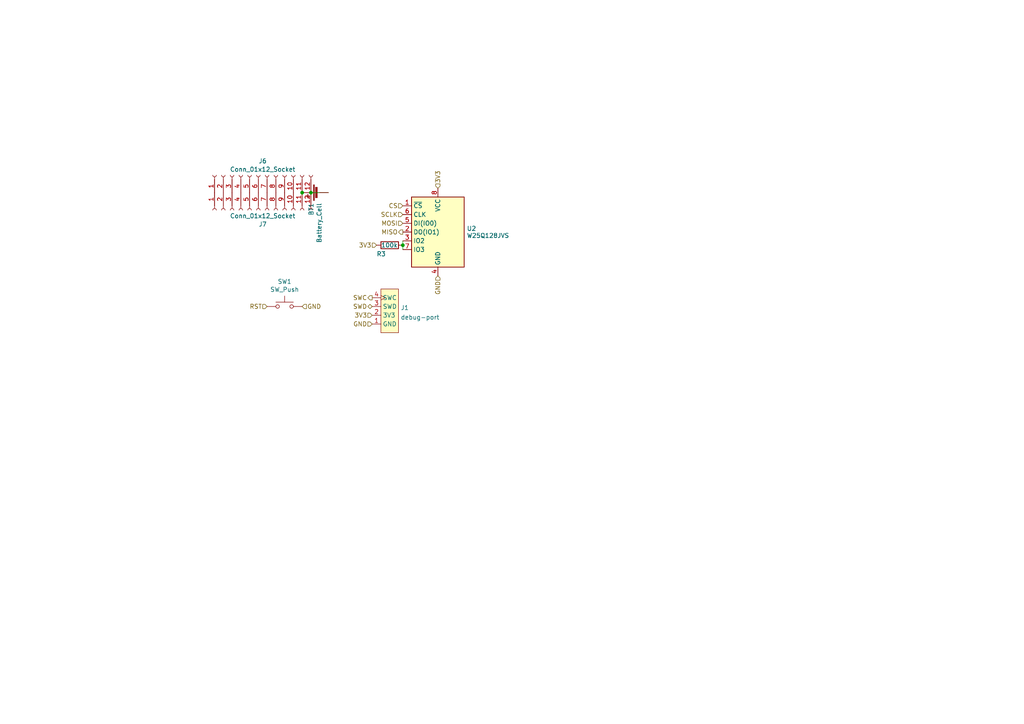
<source format=kicad_sch>
(kicad_sch (version 20230121) (generator eeschema)
  (paper "A4")
  (lib_symbols
    (symbol "Connector:Conn_01x12_Socket" (pin_names (offset 1.016) hide)
      (property "Reference" "J" (at 0 15.24 0))
      (property "Value" "Conn_01x12_Socket" (at 0 -17.78 0))
      (symbol "Conn_01x12_Socket_1_1"
        (arc (start 0 -14.732) (mid -0.5058 -15.24) (end 0 -15.748) (stroke (width 0.1524)))
        (arc (start 0 -12.192) (mid -0.5058 -12.7) (end 0 -13.208) (stroke (width 0.1524)))
        (arc (start 0 -9.652) (mid -0.5058 -10.16) (end 0 -10.668) (stroke (width 0.1524)))
        (arc (start 0 -7.112) (mid -0.5058 -7.62) (end 0 -8.128) (stroke (width 0.1524)))
        (arc (start 0 -4.572) (mid -0.5058 -5.08) (end 0 -5.588) (stroke (width 0.1524)))
        (arc (start 0 -2.032) (mid -0.5058 -2.54) (end 0 -3.048) (stroke (width 0.1524)))
        (polyline (pts (xy -1.27 -15.24) (xy -0.508 -15.24)) (stroke (width 0.1524)))
        (polyline (pts (xy -1.27 -12.7) (xy -0.508 -12.7)) (stroke (width 0.1524)))
        (polyline (pts (xy -1.27 -10.16) (xy -0.508 -10.16)) (stroke (width 0.1524)))
        (polyline (pts (xy -1.27 -7.62) (xy -0.508 -7.62)) (stroke (width 0.1524)))
        (polyline (pts (xy -1.27 -5.08) (xy -0.508 -5.08)) (stroke (width 0.1524)))
        (polyline (pts (xy -1.27 -2.54) (xy -0.508 -2.54)) (stroke (width 0.1524)))
        (polyline (pts (xy -1.27 0) (xy -0.508 0)) (stroke (width 0.1524)))
        (polyline (pts (xy -1.27 2.54) (xy -0.508 2.54)) (stroke (width 0.1524)))
        (polyline (pts (xy -1.27 5.08) (xy -0.508 5.08)) (stroke (width 0.1524)))
        (polyline (pts (xy -1.27 7.62) (xy -0.508 7.62)) (stroke (width 0.1524)))
        (polyline (pts (xy -1.27 10.16) (xy -0.508 10.16)) (stroke (width 0.1524)))
        (polyline (pts (xy -1.27 12.7) (xy -0.508 12.7)) (stroke (width 0.1524)))
        (arc (start 0 0.508) (mid -0.5058 0) (end 0 -0.508) (stroke (width 0.1524)))
        (arc (start 0 3.048) (mid -0.5058 2.54) (end 0 2.032) (stroke (width 0.1524)))
        (arc (start 0 5.588) (mid -0.5058 5.08) (end 0 4.572) (stroke (width 0.1524)))
        (arc (start 0 8.128) (mid -0.5058 7.62) (end 0 7.112) (stroke (width 0.1524)))
        (arc (start 0 10.668) (mid -0.5058 10.16) (end 0 9.652) (stroke (width 0.1524)))
        (arc (start 0 13.208) (mid -0.5058 12.7) (end 0 12.192) (stroke (width 0.1524)))
        (pin passive line (at -5.08 12.7 0) (length 3.81) (name "Pin_1") (number "1"))
        (pin passive line (at -5.08 -10.16 0) (length 3.81) (name "Pin_10") (number "10"))
        (pin passive line (at -5.08 -12.7 0) (length 3.81) (name "Pin_11") (number "11"))
        (pin passive line (at -5.08 -15.24 0) (length 3.81) (name "Pin_12") (number "12"))
        (pin passive line (at -5.08 10.16 0) (length 3.81) (name "Pin_2") (number "2"))
        (pin passive line (at -5.08 7.62 0) (length 3.81) (name "Pin_3") (number "3"))
        (pin passive line (at -5.08 5.08 0) (length 3.81) (name "Pin_4") (number "4"))
        (pin passive line (at -5.08 2.54 0) (length 3.81) (name "Pin_5") (number "5"))
        (pin passive line (at -5.08 0 0) (length 3.81) (name "Pin_6") (number "6"))
        (pin passive line (at -5.08 -2.54 0) (length 3.81) (name "Pin_7") (number "7"))
        (pin passive line (at -5.08 -5.08 0) (length 3.81) (name "Pin_8") (number "8"))
        (pin passive line (at -5.08 -7.62 0) (length 3.81) (name "Pin_9") (number "9"))
      )
    )
    (symbol "Device:Battery_Cell" (pin_numbers hide) (pin_names (offset 0) hide)
      (property "Reference" "BT" (at 2.54 2.54 0))
      (property "Value" "Battery_Cell" (at 2.54 0 0))
      (symbol "Battery_Cell_0_1"
        (rectangle (start -2.286 1.778) (end 2.286 1.524) (fill (type outline)))
        (rectangle (start -1.5748 1.1938) (end 1.4732 0.6858) (fill (type outline)))
        (polyline (pts (xy 0 0.762) (xy 0 0)))
        (polyline (pts (xy 0 1.778) (xy 0 2.54)))
        (polyline (pts (xy 0.508 3.429) (xy 1.524 3.429)) (stroke (width 0.254)))
        (polyline (pts (xy 1.016 3.937) (xy 1.016 2.921)) (stroke (width 0.254)))
      )
      (symbol "Battery_Cell_1_1"
        (pin passive line (at 0 5.08 270) (length 2.54) (name "+") (number "1"))
        (pin passive line (at 0 -2.54 90) (length 2.54) (name "-") (number "2"))
      )
    )
    (symbol "Device:R" (pin_numbers hide) (pin_names (offset 0))
      (property "Reference" "R" (at 2.032 0 90))
      (property "Value" "R" (at 0 0 90))
      (symbol "R_0_1"
        (rectangle (start -1.016 -2.54) (end 1.016 2.54) (stroke (width 0.254)))
      )
      (symbol "R_1_1"
        (pin passive line (at 0 3.81 270) (length 1.27) (name "~") (number "1"))
        (pin passive line (at 0 -3.81 90) (length 1.27) (name "~") (number "2"))
      )
    )
    (symbol "Memory_Flash:W25Q128JVS"
      (property "Reference" "U" (at -8.89 8.89 0))
      (property "Value" "W25Q128JVS" (at 7.62 8.89 0))
      (symbol "W25Q128JVS_0_1"
        (rectangle (start -7.62 10.16) (end 7.62 -10.16) (stroke (width 0.254)) (fill (type background)))
      )
      (symbol "W25Q128JVS_1_1"
        (pin input line (at -10.16 7.62 0) (length 2.54) (name "~{CS}") (number "1"))
        (pin bidirectional line (at -10.16 0 0) (length 2.54) (name "DO(IO1)") (number "2"))
        (pin bidirectional line (at -10.16 -2.54 0) (length 2.54) (name "IO2") (number "3"))
        (pin power_in line (at 0 -12.7 90) (length 2.54) (name "GND") (number "4"))
        (pin bidirectional line (at -10.16 2.54 0) (length 2.54) (name "DI(IO0)") (number "5"))
        (pin input line (at -10.16 5.08 0) (length 2.54) (name "CLK") (number "6"))
        (pin bidirectional line (at -10.16 -5.08 0) (length 2.54) (name "IO3") (number "7"))
        (pin power_in line (at 0 12.7 270) (length 2.54) (name "VCC") (number "8"))
      )
    )
    (symbol "Switch:SW_Push" (pin_numbers hide) (pin_names (offset 1.016) hide)
      (property "Reference" "SW" (at 1.27 2.54 0))
      (property "Value" "SW_Push" (at 0 -1.524 0))
      (symbol "SW_Push_0_1"
        (circle (center -2.032 0) (radius 0.508))
        (polyline (pts (xy 0 1.27) (xy 0 3.048)))
        (polyline (pts (xy 2.54 1.27) (xy -2.54 1.27)))
        (circle (center 2.032 0) (radius 0.508))
        (pin passive line (at -5.08 0 0) (length 2.54) (name "1") (number "1"))
        (pin passive line (at 5.08 0 180) (length 2.54) (name "2") (number "2"))
      )
    )
    (symbol "misc:debug-port" (in_bom no)
      (property "Reference" "J" (at 0 6.35 0))
      (property "Value" "debug-port" (at 0 -3.81 0))
      (symbol "debug-port_0_1"
        (rectangle (start -6.35 2.54) (end 6.35 -2.54) (fill (type background)))
      )
      (symbol "debug-port_1_1"
        (pin power_out line (at -3.81 5.08 270) (length 2.54) (name "GND") (number "1"))
        (pin power_out line (at -1.27 5.08 270) (length 2.54) (name "3V3") (number "2"))
        (pin bidirectional line (at 1.27 5.08 270) (length 2.54) (name "SWD") (number "3"))
        (pin output clock (at 3.81 5.08 270) (length 2.54) (name "SWC") (number "4"))
      )
    )
  )
  (junction (at 90.17 55.88))
  (junction (at 87.63 55.88))
  (junction (at 116.84 71.12))
  (wire (pts (xy 116.84 71.12) (xy 116.84 72.39)))
  (wire (pts (xy 116.84 69.85) (xy 116.84 71.12)))
  (wire (pts (xy 90.17 55.88) (xy 95.25 55.88)))
  (hierarchical_label "SCLK" (shape input) (at 116.84 62.23 180) (property "Intersheetrefs" "${INTERSHEET_REFS}" (effects hide)))
  (hierarchical_label "3V3" (shape input) (at 107.95 91.44 180))
  (hierarchical_label "SWC" (shape output) (at 107.95 86.36 180) (property "Intersheetrefs" "${INTERSHEET_REFS}" (effects hide)))
  (hierarchical_label "MISO" (shape output) (at 116.84 67.31 180) (property "Intersheetrefs" "${INTERSHEET_REFS}" (effects hide)))
  (hierarchical_label "CS" (shape input) (at 116.84 59.69 180) (property "Intersheetrefs" "${INTERSHEET_REFS}" (effects hide)))
  (hierarchical_label "SWD" (shape bidirectional) (at 107.95 88.9 180) (property "Intersheetrefs" "${INTERSHEET_REFS}" (effects hide)))
  (hierarchical_label "GND" (shape input) (at 107.95 93.98 180))
  (hierarchical_label "GND" (shape input) (at 127 80.01 270))
  (hierarchical_label "3V3" (shape input) (at 127 54.61 90))
  (hierarchical_label "3V3" (shape input) (at 109.22 71.12 180))
  (hierarchical_label "MOSI" (shape input) (at 116.84 64.77 180) (property "Intersheetrefs" "${INTERSHEET_REFS}" (effects hide)))
  (hierarchical_label "RST" (shape input) (at 77.47 88.9 180) (property "Intersheetrefs" "${INTERSHEET_REFS}" (effects hide)))
  (hierarchical_label "GND" (shape input) (at 87.63 88.9 0))
  (symbol (lib_id "Switch:SW_Push") (at 82.55 88.9 0) (unit 1)
    (property "Reference" "SW1" (at 82.55 81.661 0))
    (property "Value" "SW_Push" (at 82.55 83.9724 0))
    (property "Footprint" "Button_Switch_SMD:SW_SPST_B3U-1000P" (effects hide))
    (instances (project "fissure" (path "" (reference "SW1") (unit 1)) (path "" (reference "SW1") (unit 1)) (path "" (reference "SW2") (unit 1))))
  )
  (symbol (lib_id "Device:Battery_Cell") (at 92.71 55.88 90) (mirror x) (unit 1)
    (property "Reference" "BT1" (at 90.2716 58.8772 0) (effects (justify left)))
    (property "Value" "Battery_Cell" (at 92.583 58.8772 0) (effects (justify left)))
    (property "Footprint" "Connector_JST:JST_PH_S2B-PH-SM4-TB_1x02-1MP_P2.00mm_Horizontal" (effects hide))
    (instances (project "fissure" (path "" (reference "BT1") (unit 1)) (path "" (reference "BT1") (unit 1)) (path "" (reference "BT2") (unit 1)) (path "" (reference "BT1") (unit 1)) (path "" (reference "BT2") (unit 1))))
  )
  (symbol (lib_id "Device:R") (at 113.03 71.12 270) (mirror x) (unit 1)
    (property "Reference" "R3" (at 109.22 73.66 90) (effects (justify left)))
    (property "Value" "100k" (at 110.49 71.12 90) (effects (justify left)))
    (property "Footprint" "Resistor_SMD:R_0603_1608Metric" (effects hide))
    (instances (project "fissure" (path "" (reference "R3") (unit 1)) (path "" (reference "R3") (unit 1)) (path "" (reference "R20") (unit 1))))
  )
  (symbol (lib_id "Connector:Conn_01x12_Socket") (at 74.93 50.8 90) (unit 1)
    (property "Reference" "J6" (at 76.2 46.7065 90))
    (property "Value" "Conn_01x12_Socket" (at 76.2 49.1307 90))
    (property "Footprint" "fissure:bridge" (effects hide))
    (instances (project "fissure" (path "" (reference "J6") (unit 1)) (path "" (reference "J11") (unit 1))))
  )
  (symbol (lib_id "misc:debug-port") (at 113.03 90.17 90) (unit 1) (in_bom no)
    (property "Reference" "J1" (at 116.205 89.2615 90) (effects (justify right)))
    (property "Value" "debug-port" (at 116.205 92.0366 90) (effects (justify right)))
    (property "Footprint" "misc:debug-port-single-side" (effects hide))
    (instances (project "fissure" (path "" (reference "J1") (unit 1)) (path "" (reference "J1") (unit 1)) (path "" (reference "J9") (unit 1))))
  )
  (symbol (lib_id "Memory_Flash:W25Q128JVS") (at 127 67.31 0) (unit 1)
    (property "Reference" "U2" (at 135.382 66.286 0) (effects (justify left)))
    (property "Value" "W25Q128JVS" (at 135.382 68.334 0) (effects (justify left)))
    (property "Footprint" "Package_SO:SOIC-8_5.23x5.23mm_P1.27mm" (effects hide))
    (property "Datasheet" "http://www.winbond.com/resource-files/w25q128jv_dtr%20revc%2003272018%20plus.pdf" (effects hide))
    (instances (project "fissure" (path "" (reference "U2") (unit 1)) (path "" (reference "U2") (unit 1)) (path "" (reference "U10") (unit 1))))
  )
  (symbol (lib_id "Connector:Conn_01x12_Socket") (at 74.93 60.96 90) (mirror x) (unit 1)
    (property "Reference" "J7" (at 76.2 65.0535 90))
    (property "Value" "Conn_01x12_Socket" (at 76.2 62.6293 90))
    (property "Footprint" "fissure:bridge" (effects hide))
    (instances (project "fissure" (path "" (reference "J7") (unit 1)) (path "" (reference "J17") (unit 1))))
  )
)
</source>
